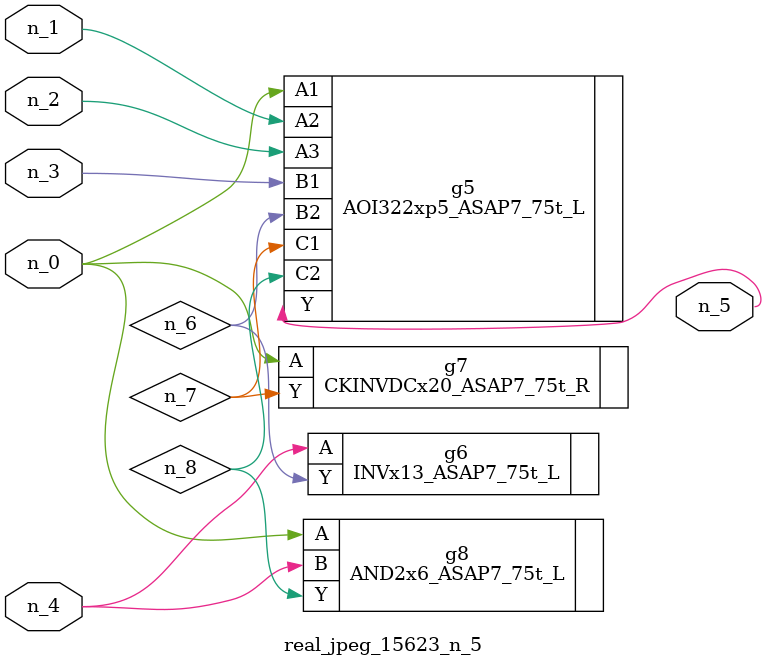
<source format=v>
module real_jpeg_15623_n_5 (n_4, n_0, n_1, n_2, n_3, n_5);

input n_4;
input n_0;
input n_1;
input n_2;
input n_3;

output n_5;

wire n_8;
wire n_6;
wire n_7;

AOI322xp5_ASAP7_75t_L g5 ( 
.A1(n_0),
.A2(n_1),
.A3(n_2),
.B1(n_3),
.B2(n_6),
.C1(n_7),
.C2(n_8),
.Y(n_5)
);

CKINVDCx20_ASAP7_75t_R g7 ( 
.A(n_0),
.Y(n_7)
);

AND2x6_ASAP7_75t_L g8 ( 
.A(n_0),
.B(n_4),
.Y(n_8)
);

INVx13_ASAP7_75t_L g6 ( 
.A(n_4),
.Y(n_6)
);


endmodule
</source>
